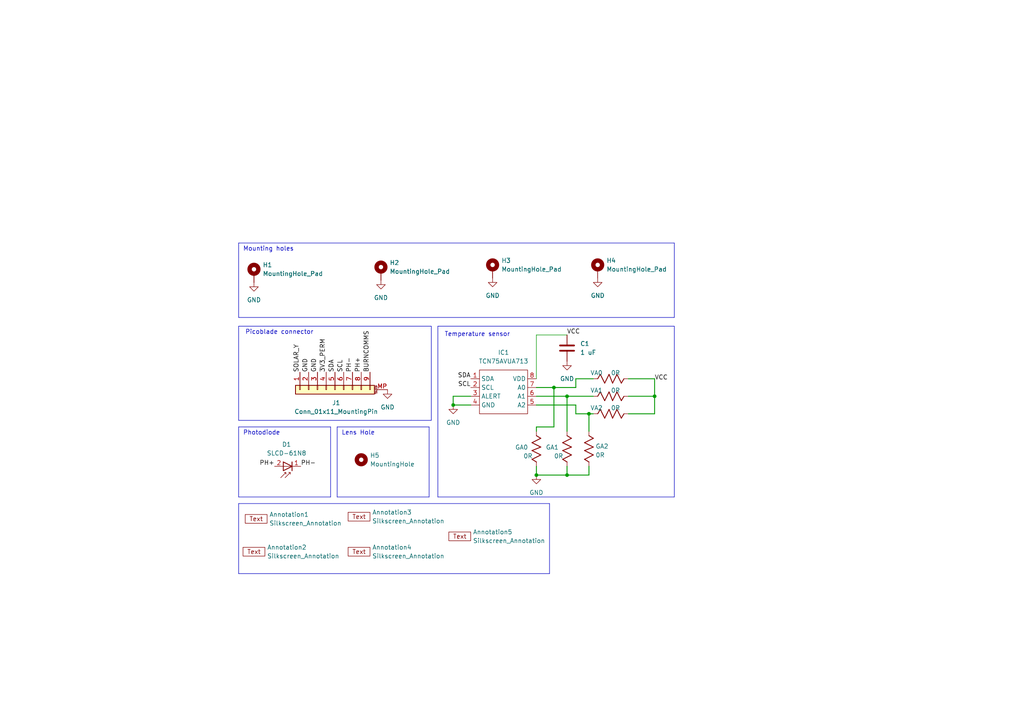
<source format=kicad_sch>
(kicad_sch (version 20230121) (generator eeschema)
  (paper "A4")
  (lib_symbols
    (symbol "Connector_Generic_MountingPin:Conn_01x09_MountingPin" (pin_names (offset 1.016) hide)
      (property "Reference" "J" (at 0 12.7 0))
      (property "Value" "Conn_01x09_MountingPin" (at 1.27 -12.7 0))
      (symbol "Conn_01x09_MountingPin_1_1"
        (rectangle (start -1.27 -10.033) (end 0 -10.287) (stroke (width 0.1524)))
        (rectangle (start -1.27 -7.493) (end 0 -7.747) (stroke (width 0.1524)))
        (rectangle (start -1.27 -4.953) (end 0 -5.207) (stroke (width 0.1524)))
        (rectangle (start -1.27 -2.413) (end 0 -2.667) (stroke (width 0.1524)))
        (rectangle (start -1.27 0.127) (end 0 -0.127) (stroke (width 0.1524)))
        (rectangle (start -1.27 2.667) (end 0 2.413) (stroke (width 0.1524)))
        (rectangle (start -1.27 5.207) (end 0 4.953) (stroke (width 0.1524)))
        (rectangle (start -1.27 7.747) (end 0 7.493) (stroke (width 0.1524)))
        (rectangle (start -1.27 10.287) (end 0 10.033) (stroke (width 0.1524)))
        (rectangle (start -1.27 11.43) (end 1.27 -11.43) (stroke (width 0.254)) (fill (type background)))
        (polyline (pts (xy -1.016 -12.192) (xy 1.016 -12.192)) (stroke (width 0.1524)))
        (text "Mounting" (at 0 -11.811 0) (effects (font (size 0.381 0.381))))
        (pin passive line (at -5.08 10.16 0) (length 3.81) (name "Pin_1") (number "1"))
        (pin passive line (at -5.08 7.62 0) (length 3.81) (name "Pin_2") (number "2"))
        (pin passive line (at -5.08 5.08 0) (length 3.81) (name "Pin_3") (number "3"))
        (pin passive line (at -5.08 2.54 0) (length 3.81) (name "Pin_4") (number "4"))
        (pin passive line (at -5.08 0 0) (length 3.81) (name "Pin_5") (number "5"))
        (pin passive line (at -5.08 -2.54 0) (length 3.81) (name "Pin_6") (number "6"))
        (pin passive line (at -5.08 -5.08 0) (length 3.81) (name "Pin_7") (number "7"))
        (pin passive line (at -5.08 -7.62 0) (length 3.81) (name "Pin_8") (number "8"))
        (pin passive line (at -5.08 -10.16 0) (length 3.81) (name "Pin_9") (number "9"))
        (pin passive line (at 0 -15.24 90) (length 3.048) (name "MountPin") (number "MP"))
      )
    )
    (symbol "Device:C" (pin_numbers hide) (pin_names (offset 0.254))
      (property "Reference" "C" (at 0.635 2.54 0))
      (property "Value" "C" (at 0.635 -2.54 0))
      (symbol "C_0_1"
        (polyline (pts (xy -2.032 -0.762) (xy 2.032 -0.762)) (stroke (width 0.508)))
        (polyline (pts (xy -2.032 0.762) (xy 2.032 0.762)) (stroke (width 0.508)))
      )
      (symbol "C_1_1"
        (pin passive line (at 0 3.81 270) (length 2.794) (name "~") (number "1"))
        (pin passive line (at 0 -3.81 90) (length 2.794) (name "~") (number "2"))
      )
    )
    (symbol "GND_10" (power) (pin_names (offset 0))
      (property "Value" "GND_10" (at 0 -3.81 0))
      (symbol "GND_10_0_1"
        (polyline (pts (xy 0 0) (xy 0 -1.27) (xy 1.27 -1.27) (xy 0 -2.54) (xy -1.27 -1.27) (xy 0 -1.27)))
      )
      (symbol "GND_10_1_1"
        (pin power_in line (at 0 0 270) (length 0) hide (name "GND") (number "1"))
      )
    )
    (symbol "GND_5" (power) (pin_names (offset 0))
      (property "Value" "GND_5" (at 0 -3.81 0))
      (symbol "GND_5_0_1"
        (polyline (pts (xy 0 0) (xy 0 -1.27) (xy 1.27 -1.27) (xy 0 -2.54) (xy -1.27 -1.27) (xy 0 -1.27)))
      )
      (symbol "GND_5_1_1"
        (pin power_in line (at 0 0 270) (length 0) hide (name "GND") (number "1"))
      )
    )
    (symbol "GND_6" (power) (pin_names (offset 0))
      (property "Value" "GND_6" (at 0 -3.81 0))
      (symbol "GND_6_0_1"
        (polyline (pts (xy 0 0) (xy 0 -1.27) (xy 1.27 -1.27) (xy 0 -2.54) (xy -1.27 -1.27) (xy 0 -1.27)))
      )
      (symbol "GND_6_1_1"
        (pin power_in line (at 0 0 270) (length 0) hide (name "GND") (number "1"))
      )
    )
    (symbol "GND_7" (power) (pin_names (offset 0))
      (property "Value" "GND_7" (at 0 -3.81 0))
      (symbol "GND_7_0_1"
        (polyline (pts (xy 0 0) (xy 0 -1.27) (xy 1.27 -1.27) (xy 0 -2.54) (xy -1.27 -1.27) (xy 0 -1.27)))
      )
      (symbol "GND_7_1_1"
        (pin power_in line (at 0 0 270) (length 0) hide (name "GND") (number "1"))
      )
    )
    (symbol "Lateral_board-altium-import:0_5k"
      (property "Value" "0_5k" (at 0 0 0))
      (symbol "0_5k_1_0"
        (polyline (pts (xy -3.048 1.27) (xy -3.81 0)) (stroke (width 0.254)))
        (polyline (pts (xy -1.778 -1.27) (xy -3.048 1.27)) (stroke (width 0.254)))
        (polyline (pts (xy -0.508 1.27) (xy -1.778 -1.27)) (stroke (width 0.254)))
        (polyline (pts (xy 0.508 -1.27) (xy -0.508 1.27)) (stroke (width 0.254)))
        (polyline (pts (xy 1.778 1.27) (xy 0.508 -1.27)) (stroke (width 0.254)))
        (polyline (pts (xy 3.048 -1.27) (xy 1.778 1.27)) (stroke (width 0.254)))
        (polyline (pts (xy 3.81 0) (xy 3.048 -1.27)) (stroke (width 0.254)))
        (pin passive line (at -5.08 0 0) (length 1.27) (name "1") (number "1"))
        (pin passive line (at 5.08 0 180) (length 1.27) (name "2") (number "2"))
      )
    )
    (symbol "Lateral_board-altium-import:1_5k"
      (property "Value" "1_5k" (at 0 0 0))
      (symbol "1_5k_1_0"
        (polyline (pts (xy -1.27 -3.048) (xy 0 -3.81)) (stroke (width 0.254)))
        (polyline (pts (xy -1.27 -0.508) (xy 1.27 -1.778)) (stroke (width 0.254)))
        (polyline (pts (xy -1.27 1.778) (xy 1.27 0.508)) (stroke (width 0.254)))
        (polyline (pts (xy 0 3.81) (xy 1.27 3.048)) (stroke (width 0.254)))
        (polyline (pts (xy 1.27 -1.778) (xy -1.27 -3.048)) (stroke (width 0.254)))
        (polyline (pts (xy 1.27 0.508) (xy -1.27 -0.508)) (stroke (width 0.254)))
        (polyline (pts (xy 1.27 3.048) (xy -1.27 1.778)) (stroke (width 0.254)))
        (pin passive line (at 0 -5.08 90) (length 1.27) (name "1") (number "1"))
        (pin passive line (at 0 5.08 270) (length 1.27) (name "2") (number "2"))
      )
    )
    (symbol "Mechanical:MountingHole" (pin_names (offset 1.016))
      (property "Reference" "H" (at 0 5.08 0))
      (property "Value" "MountingHole" (at 0 3.175 0))
      (symbol "MountingHole_0_1"
        (circle (center 0 0) (radius 1.27) (stroke (width 1.27)))
      )
    )
    (symbol "Mechanical:MountingHole_Pad" (pin_numbers hide) (pin_names (offset 1.016) hide)
      (property "Reference" "H" (at 0 6.35 0))
      (property "Value" "MountingHole_Pad" (at 0 4.445 0))
      (symbol "MountingHole_Pad_0_1"
        (circle (center 0 1.27) (radius 1.27) (stroke (width 1.27)))
      )
      (symbol "MountingHole_Pad_1_1"
        (pin input line (at 0 -2.54 90) (length 2.54) (name "1") (number "1"))
      )
    )
    (symbol "SP_ICs:TCN75AVUA713"
      (property "Reference" "U" (at 6.35 6.35 0))
      (property "Value" "TCN75AVUA713" (at 8.89 3.81 0))
      (symbol "TCN75AVUA713_0_0"
        (pin unspecified line (at 0 0 0) (length 2.54) (name "SDA") (number "1"))
        (pin unspecified line (at 0 -2.54 0) (length 2.54) (name "SCL") (number "2"))
        (pin unspecified line (at 0 -5.08 0) (length 2.54) (name "ALERT") (number "3"))
        (pin unspecified line (at 0 -7.62 0) (length 2.54) (name "GND") (number "4"))
        (pin unspecified line (at 19.05 -7.62 180) (length 2.54) (name "A2") (number "5"))
        (pin unspecified line (at 19.05 -5.08 180) (length 2.54) (name "A1") (number "6"))
        (pin unspecified line (at 19.05 -2.54 180) (length 2.54) (name "A0") (number "7"))
        (pin unspecified line (at 19.05 0 180) (length 2.54) (name "VDD") (number "8"))
      )
      (symbol "TCN75AVUA713_0_1"
        (rectangle (start 2.54 2.54) (end 16.51 -10.16))
      )
    )
    (symbol "passive-nsl:SLCD-61N8"
      (property "Reference" "D" (at 0 4.318 0))
      (property "Value" "SLCD-61N8" (at -0.254 -2.286 0))
      (symbol "SLCD-61N8_0_1"
        (polyline (pts (xy -1.524 1.27) (xy -1.524 -1.27)) (stroke (width 0.254)))
        (polyline (pts (xy -1.016 1.778) (xy -0.508 1.778)))
        (polyline (pts (xy 1.016 0) (xy -1.524 0)))
        (polyline (pts (xy 0.508 3.302) (xy -1.016 1.778) (xy -1.016 2.286)))
        (polyline (pts (xy 1.016 -1.27) (xy 1.016 1.27) (xy -1.524 0) (xy 1.016 -1.27)) (stroke (width 0.254)))
        (polyline (pts (xy 1.778 3.302) (xy 0.254 1.778) (xy 0.254 2.286) (xy 0.254 1.778) (xy 0.762 1.778)))
      )
      (symbol "SLCD-61N8_1_1"
        (pin passive line (at -4.064 0 0) (length 2.54) (name "") (number "1"))
        (pin passive line (at 3.556 0 180) (length 2.54) (name "") (number "2"))
      )
    )
    (symbol "power:GND" (power) (pin_names (offset 0))
      (property "Value" "GND" (at 0 -3.81 0))
      (symbol "GND_0_1"
        (polyline (pts (xy 0 0) (xy 0 -1.27) (xy 1.27 -1.27) (xy 0 -2.54) (xy -1.27 -1.27) (xy 0 -1.27)))
      )
      (symbol "GND_1_1"
        (pin power_in line (at 0 0 270) (length 0) hide (name "GND") (number "1"))
      )
    )
    (symbol "symbols-nsl:Silkscreen_Annotation"
      (property "Reference" "Annotation" (at 3.81 0 0))
      (property "Value" "Silkscreen_Annotation" (at 8.89 2.54 0))
      (symbol "Silkscreen_Annotation_0_0"
        (text "Text" (at 1.905 5.715 0) (effects (font (size 1.27 1.27))))
      )
      (symbol "Silkscreen_Annotation_0_1"
        (rectangle (start -1.27 6.985) (end 5.08 4.445))
      )
    )
  )
  (junction (at 131.445 117.475))
  (junction (at 164.465 137.795))
  (junction (at 160.655 112.395))
  (junction (at 170.815 120.015))
  (junction (at 189.865 114.935))
  (junction (at 164.465 114.935))
  (junction (at 155.575 137.795))
  (wire (pts (xy 170.815 125.095) (xy 170.815 120.015)) (stroke (width 0.254)))
  (wire (pts (xy 131.445 114.935) (xy 131.445 117.475)) (stroke (width 0.254)))
  (wire (pts (xy 189.865 120.015) (xy 182.245 120.015)) (stroke (width 0.254)))
  (polyline (pts (xy 69.215 146.05) (xy 69.215 166.37)))
  (polyline (pts (xy 69.215 123.825) (xy 95.885 123.825)))
  (wire (pts (xy 167.005 120.015) (xy 167.005 117.475)) (stroke (width 0.254)))
  (wire (pts (xy 155.575 125.095) (xy 155.575 123.825)) (stroke (width 0.254)))
  (polyline (pts (xy 69.215 70.485) (xy 195.58 70.485)))
  (polyline (pts (xy 127 94.615) (xy 127 144.145)))
  (wire (pts (xy 170.815 137.795) (xy 170.815 135.255)) (stroke (width 0.254)))
  (wire (pts (xy 155.575 137.795) (xy 164.465 137.795)) (stroke (width 0.254)))
  (polyline (pts (xy 69.215 144.145) (xy 95.885 144.145)))
  (polyline (pts (xy 125.095 94.615) (xy 125.095 121.92)))
  (wire (pts (xy 155.575 114.935) (xy 164.465 114.935)) (stroke (width 0.254)))
  (wire (pts (xy 155.575 135.255) (xy 155.575 137.795)) (stroke (width 0.254)))
  (wire (pts (xy 189.865 114.935) (xy 189.865 120.015)) (stroke (width 0.254)))
  (wire (pts (xy 167.005 109.855) (xy 167.005 112.395)) (stroke (width 0.254)))
  (polyline (pts (xy 69.215 121.92) (xy 125.095 121.92)))
  (wire (pts (xy 170.815 120.015) (xy 167.005 120.015)) (stroke (width 0.254)))
  (wire (pts (xy 160.655 123.825) (xy 160.655 112.395)) (stroke (width 0.254)))
  (polyline (pts (xy 159.385 146.05) (xy 159.385 166.37)))
  (wire (pts (xy 155.575 117.475) (xy 167.005 117.475)) (stroke (width 0.254)))
  (wire (pts (xy 131.445 114.935) (xy 136.525 114.935)) (stroke (width 0.254)))
  (wire (pts (xy 131.445 117.475) (xy 136.525 117.475)) (stroke (width 0.254)))
  (polyline (pts (xy 195.58 92.075) (xy 69.215 92.075)))
  (wire (pts (xy 155.575 97.155) (xy 164.465 97.155)))
  (polyline (pts (xy 69.215 123.825) (xy 69.215 144.145)))
  (wire (pts (xy 155.575 123.825) (xy 160.655 123.825)) (stroke (width 0.254)))
  (polyline (pts (xy 127 94.615) (xy 195.58 94.615)))
  (wire (pts (xy 182.245 109.855) (xy 189.865 109.855)) (stroke (width 0.254)))
  (polyline (pts (xy 195.58 94.615) (xy 195.58 144.145)))
  (polyline (pts (xy 97.79 123.825) (xy 124.46 123.825)))
  (wire (pts (xy 164.465 135.255) (xy 164.465 137.795)) (stroke (width 0.254)))
  (polyline (pts (xy 69.215 166.37) (xy 159.385 166.37)))
  (wire (pts (xy 189.865 109.855) (xy 189.865 114.935)) (stroke (width 0.254)))
  (polyline (pts (xy 69.215 70.485) (xy 69.215 92.075)))
  (wire (pts (xy 164.465 137.795) (xy 170.815 137.795)) (stroke (width 0.254)))
  (polyline (pts (xy 69.215 146.05) (xy 159.385 146.05)))
  (wire (pts (xy 182.245 114.935) (xy 189.865 114.935)) (stroke (width 0.254)))
  (polyline (pts (xy 97.79 144.145) (xy 124.46 144.145)))
  (wire (pts (xy 172.085 114.935) (xy 164.465 114.935)) (stroke (width 0.254)))
  (polyline (pts (xy 97.79 123.825) (xy 97.79 144.145)))
  (polyline (pts (xy 124.46 123.825) (xy 124.46 144.145)))
  (wire (pts (xy 167.005 112.395) (xy 160.655 112.395)) (stroke (width 0.254)))
  (polyline (pts (xy 195.58 144.145) (xy 127 144.145)))
  (wire (pts (xy 155.575 109.855) (xy 155.575 97.155)))
  (wire (pts (xy 155.575 112.395) (xy 160.655 112.395)) (stroke (width 0.254)))
  (polyline (pts (xy 69.215 94.615) (xy 69.215 121.92)))
  (wire (pts (xy 172.085 120.015) (xy 170.815 120.015)) (stroke (width 0.254)))
  (polyline (pts (xy 69.215 94.615) (xy 125.095 94.615)))
  (polyline (pts (xy 195.58 70.485) (xy 195.58 92.075)))
  (wire (pts (xy 172.085 109.855) (xy 167.005 109.855)) (stroke (width 0.254)))
  (polyline (pts (xy 95.885 123.825) (xy 95.885 144.145)))
  (wire (pts (xy 164.465 125.095) (xy 164.465 114.935)) (stroke (width 0.254)))
  (text "Photodiode\n" (at 70.485 126.365 0) (effects (font (size 1.27 1.27)) (justify left bottom)))
  (text "Lens Hole\n" (at 99.06 126.365 0) (effects (font (size 1.27 1.27)) (justify left bottom)))
  (text "Picoblade connector" (at 71.12 97.155 0) (effects (font (size 1.27 1.27)) (justify left bottom)))
  (text "Mounting holes\n" (at 70.485 73.025 0) (effects (font (size 1.27 1.27)) (justify left bottom)))
  (text "Temperature sensor" (at 128.905 97.79 0) (effects (font (size 1.27 1.27)) (justify left bottom)))
  (label "PH+" (at 79.629 135.255 180))
  (label "SOLAR_Y" (at 86.995 107.95 90))
  (label "VCC" (at 164.4199 97.155 0))
  (label "PH-" (at 102.235 107.95 90))
  (label "VCC" (at 189.865 110.49 0))
  (label "PH-" (at 87.249 135.255 0))
  (label "3V3_PERM" (at 94.615 107.95 90))
  (label "PH+" (at 104.775 107.95 90))
  (label "GND" (at 89.535 107.95 90))
  (label "SDA" (at 136.525 109.855 180))
  (label "SCL" (at 136.525 112.395 180))
  (label "SCL" (at 99.695 107.95 90))
  (label "BURNCOMMS" (at 107.315 107.95 90))
  (label "GND" (at 92.075 107.95 90))
  (label "SDA" (at 97.155 107.95 90))
  (symbol (lib_id "Lateral_board-altium-import:1_5k") (at 155.575 130.175 0) (unit 1)
    (property "Reference" "GA0" (at 149.3923 130.4626 0) (effects (justify left bottom)))
    (property "Value" "0R" (at 151.7829 133.0034 0) (effects (justify left bottom)))
    (property "Footprint" "Resistor_SMD:R_0805_2012Metric" (effects hide))
    (property "NAMEALIAS" "Value(Ω)" (effects hide))
    (property "BOM_SUPPLIER PART" "71-CRCW0805J-5K" (effects hide))
    (property "BOM_SUPPLIER" "Mouser" (effects hide))
    (property "CONTRIBUTOR" "LCEDA_Lib" (effects hide))
    (property "SPICEPRE" "R" (effects hide))
    (property "SPICESYMBOLNAME" "R_0603_US" (effects hide))
    (property "BOM_MANUFACTURER PART" "CRCW08055K00JNTA" (effects hide))
    (property "BOM_MANUFACTURER" "Vishay / Dale" (effects hide))
    (property "BOM_LINK" "https://www.mouser.es/ProductDetail/Vishay-Dale/CRCW08055K00JNTA?qs=%2Fha2pyFadui6t5gBae62ocFJ46SNue422n5luvT1xmc7fnXInubqKA%3D%3D" (effects hide))
  )
  (symbol (lib_id "Mechanical:MountingHole_Pad") (at 73.66 79.375 0) (unit 1)
    (property "Reference" "H1" (at 76.2 76.8349 0) (effects (justify left)))
    (property "Value" "MountingHole_Pad" (at 76.2 79.3749 0) (effects (justify left)))
    (property "Footprint" "MountingHole:MountingHole_3.2mm_M3_ISO14580_Pad" (effects hide))
  )
  (symbol (lib_name "GND_5") (lib_id "power:GND") (at 164.465 104.775 0) (unit 1)
    (property "Reference" "#PWR0102" (effects hide))
    (property "Value" "GND" (at 164.465 109.855 0))
  )
  (symbol (lib_id "symbols-nsl:Silkscreen_Annotation") (at 102.235 155.575 0) (unit 1)
    (property "Reference" "Annotation3" (at 107.95 148.5899 0) (effects (justify left)))
    (property "Value" "Silkscreen_Annotation" (at 107.95 151.1299 0) (effects (justify left)))
    (property "Footprint" "-nsl_symbols:NSL_long" (effects hide))
  )
  (symbol (lib_id "symbols-nsl:Silkscreen_Annotation") (at 72.39 156.21 0) (unit 1)
    (property "Reference" "Annotation1" (at 78.105 149.2249 0) (effects (justify left)))
    (property "Value" "Silkscreen_Annotation" (at 78.105 151.7649 0) (effects (justify left)))
    (property "Footprint" "-nsl_symbols:IEEE_logo" (effects hide))
  )
  (symbol (lib_id "symbols-nsl:Silkscreen_Annotation") (at 131.445 161.29 0) (unit 1)
    (property "Reference" "Annotation5" (at 137.16 154.3049 0) (effects (justify left)))
    (property "Value" "Silkscreen_Annotation" (at 137.16 156.8449 0) (effects (justify left)))
    (property "Footprint" "-nsl_symbols:UPC_positiu" (effects hide))
  )
  (symbol (lib_id "Mechanical:MountingHole") (at 104.775 133.35 0) (unit 1)
    (property "Reference" "H5" (at 107.315 132.0799 0) (effects (justify left)))
    (property "Value" "MountingHole" (at 107.315 134.6199 0) (effects (justify left)))
    (property "Footprint" "MountingHole:MountingHole_8.4mm_M8" (effects hide))
  )
  (symbol (lib_name "GND_6") (lib_id "power:GND") (at 110.49 81.28 0) (unit 1)
    (property "Reference" "#PWR0105" (effects hide))
    (property "Value" "GND" (at 110.49 86.36 0))
  )
  (symbol (lib_id "symbols-nsl:Silkscreen_Annotation") (at 102.235 165.735 0) (unit 1)
    (property "Reference" "Annotation4" (at 107.95 158.7499 0) (effects (justify left)))
    (property "Value" "Silkscreen_Annotation" (at 107.95 161.2899 0) (effects (justify left)))
    (property "Footprint" "-nsl_symbols:Telecos" (effects hide))
  )
  (symbol (lib_id "power:GND") (at 73.66 81.915 0) (unit 1)
    (property "Reference" "#PWR0106" (effects hide))
    (property "Value" "GND" (at 73.66 86.995 0))
  )
  (symbol (lib_id "Lateral_board-altium-import:0_5k") (at 177.165 120.015 0) (unit 1)
    (property "Reference" "VA2" (at 171.2025 119.0326 0) (effects (justify left bottom)))
    (property "Value" "0R" (at 177.1829 119.0334 0) (effects (justify left bottom)))
    (property "Footprint" "Resistor_SMD:R_0805_2012Metric" (effects hide))
    (property "NAMEALIAS" "Value(Ω)" (effects hide))
    (property "BOM_SUPPLIER PART" "71-CRCW0805J-5K" (effects hide))
    (property "BOM_SUPPLIER" "Mouser" (effects hide))
    (property "CONTRIBUTOR" "LCEDA_Lib" (effects hide))
    (property "SPICEPRE" "R" (effects hide))
    (property "SPICESYMBOLNAME" "R_0603_US" (effects hide))
    (property "BOM_MANUFACTURER PART" "CRCW08055K00JNTA" (effects hide))
    (property "BOM_MANUFACTURER" "Vishay / Dale" (effects hide))
    (property "BOM_LINK" "https://www.mouser.es/ProductDetail/Vishay-Dale/CRCW08055K00JNTA?qs=%2Fha2pyFadui6t5gBae62ocFJ46SNue422n5luvT1xmc7fnXInubqKA%3D%3D" (effects hide))
  )
  (symbol (lib_name "GND_7") (lib_id "power:GND") (at 173.355 80.645 0) (unit 1)
    (property "Reference" "#PWR0108" (effects hide))
    (property "Value" "GND" (at 173.355 85.725 0))
  )
  (symbol (lib_id "Lateral_board-altium-import:0_5k") (at 177.165 109.855 0) (unit 1)
    (property "Reference" "VA0" (at 171.2025 108.8726 0) (effects (justify left bottom)))
    (property "Value" "0R" (at 177.1829 108.8734 0) (effects (justify left bottom)))
    (property "Footprint" "Resistor_SMD:R_0805_2012Metric" (effects hide))
    (property "NAMEALIAS" "Value(Ω)" (effects hide))
    (property "BOM_SUPPLIER PART" "71-CRCW0805J-5K" (effects hide))
    (property "BOM_SUPPLIER" "Mouser" (effects hide))
    (property "CONTRIBUTOR" "LCEDA_Lib" (effects hide))
    (property "SPICEPRE" "R" (effects hide))
    (property "SPICESYMBOLNAME" "R_0603_US" (effects hide))
    (property "BOM_MANUFACTURER PART" "CRCW08055K00JNTA" (effects hide))
    (property "BOM_MANUFACTURER" "Vishay / Dale" (effects hide))
    (property "BOM_LINK" "https://www.mouser.es/ProductDetail/Vishay-Dale/CRCW08055K00JNTA?qs=%2Fha2pyFadui6t5gBae62ocFJ46SNue422n5luvT1xmc7fnXInubqKA%3D%3D" (effects hide))
  )
  (symbol (lib_id "Device:C") (at 164.465 100.965 0) (unit 1)
    (property "Reference" "C1" (at 168.275 99.6949 0) (effects (justify left)))
    (property "Value" "1 uF" (at 168.275 102.2349 0) (effects (justify left)))
    (property "Footprint" "Capacitor_SMD:C_0603_1608Metric" (effects hide))
    (property "Supplier 1" "Mouser" (effects hide))
    (property "Manufacturer 1" "Murata Electronics" (effects hide))
    (property "Manufacturer Part Number 1" "GRM188R72A104KA35J" (effects hide))
    (property "Supplier Part Number 1" "81-GRM188R72A104KA5J" (effects hide))
  )
  (symbol (lib_id "Mechanical:MountingHole_Pad") (at 110.49 78.74 0) (unit 1)
    (property "Reference" "H2" (at 113.03 76.1999 0) (effects (justify left)))
    (property "Value" "MountingHole_Pad" (at 113.03 78.7399 0) (effects (justify left)))
    (property "Footprint" "MountingHole:MountingHole_3.2mm_M3_ISO14580_Pad" (effects hide))
  )
  (symbol (lib_id "passive-nsl:SLCD-61N8") (at 83.185 135.255 180) (unit 1)
    (property "Reference" "D1" (at 83.1215 128.905 0))
    (property "Value" "SLCD-61N8" (at 83.1215 131.445 0))
    (property "Footprint" "-nsl_passive:SLCD-61N8" (effects hide))
  )
  (symbol (lib_id "Mechanical:MountingHole_Pad") (at 142.875 78.105 0) (unit 1)
    (property "Reference" "H3" (at 145.415 75.5649 0) (effects (justify left)))
    (property "Value" "MountingHole_Pad" (at 145.415 78.1049 0) (effects (justify left)))
    (property "Footprint" "MountingHole:MountingHole_3.2mm_M3_ISO14580_Pad" (effects hide))
  )
  (symbol (lib_name "GND_10") (lib_id "power:GND") (at 142.875 80.645 0) (unit 1)
    (property "Reference" "#PWR0107" (effects hide))
    (property "Value" "GND" (at 142.875 85.725 0))
  )
  (symbol (lib_id "Mechanical:MountingHole_Pad") (at 173.355 78.105 0) (unit 1)
    (property "Reference" "H4" (at 175.895 75.5649 0) (effects (justify left)))
    (property "Value" "MountingHole_Pad" (at 175.895 78.1049 0) (effects (justify left)))
    (property "Footprint" "MountingHole:MountingHole_3.2mm_M3_ISO14580_Pad" (effects hide))
  )
  (symbol (lib_name "GND_5") (lib_id "power:GND") (at 131.445 117.475 0) (unit 1)
    (property "Reference" "#PWR0101" (effects hide))
    (property "Value" "GND" (at 131.445 122.555 0))
  )
  (symbol (lib_id "Lateral_board-altium-import:1_5k") (at 164.465 130.175 0) (unit 1)
    (property "Reference" "GA1" (at 158.2823 130.4626 0) (effects (justify left bottom)))
    (property "Value" "0R" (at 160.6729 133.0034 0) (effects (justify left bottom)))
    (property "Footprint" "Resistor_SMD:R_0805_2012Metric" (effects hide))
    (property "NAMEALIAS" "Value(Ω)" (effects hide))
    (property "BOM_SUPPLIER PART" "71-CRCW0805J-5K" (effects hide))
    (property "BOM_SUPPLIER" "Mouser" (effects hide))
    (property "CONTRIBUTOR" "LCEDA_Lib" (effects hide))
    (property "SPICEPRE" "R" (effects hide))
    (property "SPICESYMBOLNAME" "R_0603_US" (effects hide))
    (property "BOM_MANUFACTURER PART" "CRCW08055K00JNTA" (effects hide))
    (property "BOM_MANUFACTURER" "Vishay / Dale" (effects hide))
    (property "BOM_LINK" "https://www.mouser.es/ProductDetail/Vishay-Dale/CRCW08055K00JNTA?qs=%2Fha2pyFadui6t5gBae62ocFJ46SNue422n5luvT1xmc7fnXInubqKA%3D%3D" (effects hide))
  )
  (symbol (lib_id "SP_ICs:TCN75AVUA713") (at 136.525 109.855 0) (unit 1)
    (property "Reference" "IC1" (at 146.05 102.235 0))
    (property "Value" "TCN75AVUA713" (at 146.05 104.775 0))
    (property "Footprint" "-nsl_sensor:TCN75AVOA" (effects hide))
  )
  (symbol (lib_name "GND_5") (lib_id "power:GND") (at 155.575 137.795 0) (unit 1)
    (property "Reference" "#PWR0103" (effects hide))
    (property "Value" "GND" (at 155.575 142.875 0))
  )
  (symbol (lib_id "symbols-nsl:Silkscreen_Annotation") (at 71.755 165.735 0) (unit 1)
    (property "Reference" "Annotation2" (at 77.47 158.7499 0) (effects (justify left)))
    (property "Value" "Silkscreen_Annotation" (at 77.47 161.2899 0) (effects (justify left)))
    (property "Footprint" "-nsl_symbols:GRSS" (effects hide))
  )
  (symbol (lib_id "Lateral_board-altium-import:0_5k") (at 177.165 114.935 0) (unit 1)
    (property "Reference" "VA1" (at 171.2025 113.9526 0) (effects (justify left bottom)))
    (property "Value" "0R" (at 177.1829 113.9534 0) (effects (justify left bottom)))
    (property "Footprint" "Resistor_SMD:R_0805_2012Metric" (effects hide))
    (property "NAMEALIAS" "Value(Ω)" (effects hide))
    (property "BOM_SUPPLIER PART" "71-CRCW0805J-5K" (effects hide))
    (property "BOM_SUPPLIER" "Mouser" (effects hide))
    (property "CONTRIBUTOR" "LCEDA_Lib" (effects hide))
    (property "SPICEPRE" "R" (effects hide))
    (property "SPICESYMBOLNAME" "R_0603_US" (effects hide))
    (property "BOM_MANUFACTURER PART" "CRCW08055K00JNTA" (effects hide))
    (property "BOM_MANUFACTURER" "Vishay / Dale" (effects hide))
    (property "BOM_LINK" "https://www.mouser.es/ProductDetail/Vishay-Dale/CRCW08055K00JNTA?qs=%2Fha2pyFadui6t5gBae62ocFJ46SNue422n5luvT1xmc7fnXInubqKA%3D%3D" (effects hide))
  )
  (symbol (lib_name "GND_5") (lib_id "power:GND") (at 112.395 113.03 0) (unit 1)
    (property "Reference" "#PWR0104" (effects hide))
    (property "Value" "GND" (at 112.395 118.11 0))
  )
  (symbol (lib_id "Connector_Generic_MountingPin:Conn_01x09_MountingPin") (at 97.155 113.03 90) (mirror x) (unit 1)
    (property "Reference" "J1" (at 97.5106 116.84 90))
    (property "Value" "Conn_01x11_MountingPin" (at 97.5106 119.38 90))
    (property "Footprint" "Connector_Molex:Molex_PicoBlade_53261-0971_1x09-1MP_P1.25mm_Horizontal" (effects hide))
  )
  (symbol (lib_id "Lateral_board-altium-import:1_5k") (at 170.815 130.175 0) (unit 1)
    (property "Reference" "GA2" (at 172.72 130.175 0) (effects (justify left bottom)))
    (property "Value" "0R" (at 172.72 132.715 0) (effects (justify left bottom)))
    (property "Footprint" "Resistor_SMD:R_0805_2012Metric" (effects hide))
    (property "NAMEALIAS" "Value(Ω)" (effects hide))
    (property "BOM_SUPPLIER PART" "71-CRCW0805J-5K" (effects hide))
    (property "BOM_SUPPLIER" "Mouser" (effects hide))
    (property "CONTRIBUTOR" "LCEDA_Lib" (effects hide))
    (property "SPICEPRE" "R" (effects hide))
    (property "SPICESYMBOLNAME" "R_0603_US" (effects hide))
    (property "BOM_MANUFACTURER PART" "CRCW08055K00JNTA" (effects hide))
    (property "BOM_MANUFACTURER" "Vishay / Dale" (effects hide))
    (property "BOM_LINK" "https://www.mouser.es/ProductDetail/Vishay-Dale/CRCW08055K00JNTA?qs=%2Fha2pyFadui6t5gBae62ocFJ46SNue422n5luvT1xmc7fnXInubqKA%3D%3D" (effects hide))
  )
)
</source>
